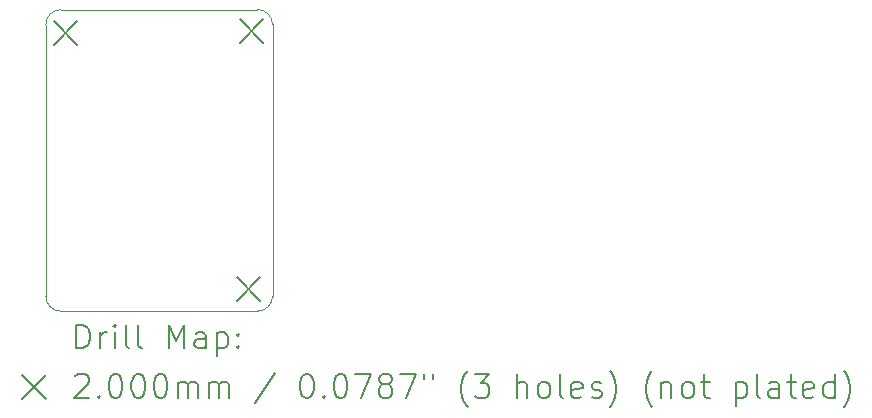
<source format=gbr>
%TF.GenerationSoftware,KiCad,Pcbnew,8.0.5*%
%TF.CreationDate,2025-02-24T22:09:01-06:00*%
%TF.ProjectId,spudglo_driver_mini_v1p0,73707564-676c-46f5-9f64-72697665725f,rev?*%
%TF.SameCoordinates,Original*%
%TF.FileFunction,Drillmap*%
%TF.FilePolarity,Positive*%
%FSLAX45Y45*%
G04 Gerber Fmt 4.5, Leading zero omitted, Abs format (unit mm)*
G04 Created by KiCad (PCBNEW 8.0.5) date 2025-02-24 22:09:01*
%MOMM*%
%LPD*%
G01*
G04 APERTURE LIST*
%ADD10C,0.050000*%
%ADD11C,0.200000*%
G04 APERTURE END LIST*
D10*
X20828359Y-5027854D02*
G75*
G02*
X20955361Y-5154216I3J-127001D01*
G01*
X20955362Y-7454216D02*
G75*
G02*
X20829000Y-7581215I-126681J-319D01*
G01*
X19163563Y-7581216D02*
G75*
G02*
X19036563Y-7454854I-319J126681D01*
G01*
X20827924Y-5027852D02*
X19162924Y-5027852D01*
X19163563Y-7581216D02*
X20829000Y-7581216D01*
X19036563Y-7454854D02*
X19036563Y-5154854D01*
X19036563Y-5154854D02*
G75*
G02*
X19162924Y-5027852I127001J3D01*
G01*
X20955362Y-7454216D02*
X20955362Y-5154216D01*
D11*
X19102400Y-5128000D02*
X19302400Y-5328000D01*
X19302400Y-5128000D02*
X19102400Y-5328000D01*
X20651800Y-7291400D02*
X20851800Y-7491400D01*
X20851800Y-7291400D02*
X20651800Y-7491400D01*
X20677200Y-5107000D02*
X20877200Y-5307000D01*
X20877200Y-5107000D02*
X20677200Y-5307000D01*
X19294839Y-7895200D02*
X19294839Y-7695200D01*
X19294839Y-7695200D02*
X19342458Y-7695200D01*
X19342458Y-7695200D02*
X19371030Y-7704724D01*
X19371030Y-7704724D02*
X19390078Y-7723771D01*
X19390078Y-7723771D02*
X19399601Y-7742819D01*
X19399601Y-7742819D02*
X19409125Y-7780914D01*
X19409125Y-7780914D02*
X19409125Y-7809486D01*
X19409125Y-7809486D02*
X19399601Y-7847581D01*
X19399601Y-7847581D02*
X19390078Y-7866628D01*
X19390078Y-7866628D02*
X19371030Y-7885676D01*
X19371030Y-7885676D02*
X19342458Y-7895200D01*
X19342458Y-7895200D02*
X19294839Y-7895200D01*
X19494839Y-7895200D02*
X19494839Y-7761866D01*
X19494839Y-7799962D02*
X19504363Y-7780914D01*
X19504363Y-7780914D02*
X19513887Y-7771390D01*
X19513887Y-7771390D02*
X19532935Y-7761866D01*
X19532935Y-7761866D02*
X19551982Y-7761866D01*
X19618649Y-7895200D02*
X19618649Y-7761866D01*
X19618649Y-7695200D02*
X19609125Y-7704724D01*
X19609125Y-7704724D02*
X19618649Y-7714247D01*
X19618649Y-7714247D02*
X19628173Y-7704724D01*
X19628173Y-7704724D02*
X19618649Y-7695200D01*
X19618649Y-7695200D02*
X19618649Y-7714247D01*
X19742458Y-7895200D02*
X19723411Y-7885676D01*
X19723411Y-7885676D02*
X19713887Y-7866628D01*
X19713887Y-7866628D02*
X19713887Y-7695200D01*
X19847220Y-7895200D02*
X19828173Y-7885676D01*
X19828173Y-7885676D02*
X19818649Y-7866628D01*
X19818649Y-7866628D02*
X19818649Y-7695200D01*
X20075792Y-7895200D02*
X20075792Y-7695200D01*
X20075792Y-7695200D02*
X20142459Y-7838057D01*
X20142459Y-7838057D02*
X20209125Y-7695200D01*
X20209125Y-7695200D02*
X20209125Y-7895200D01*
X20390078Y-7895200D02*
X20390078Y-7790438D01*
X20390078Y-7790438D02*
X20380554Y-7771390D01*
X20380554Y-7771390D02*
X20361506Y-7761866D01*
X20361506Y-7761866D02*
X20323411Y-7761866D01*
X20323411Y-7761866D02*
X20304363Y-7771390D01*
X20390078Y-7885676D02*
X20371030Y-7895200D01*
X20371030Y-7895200D02*
X20323411Y-7895200D01*
X20323411Y-7895200D02*
X20304363Y-7885676D01*
X20304363Y-7885676D02*
X20294839Y-7866628D01*
X20294839Y-7866628D02*
X20294839Y-7847581D01*
X20294839Y-7847581D02*
X20304363Y-7828533D01*
X20304363Y-7828533D02*
X20323411Y-7819009D01*
X20323411Y-7819009D02*
X20371030Y-7819009D01*
X20371030Y-7819009D02*
X20390078Y-7809486D01*
X20485316Y-7761866D02*
X20485316Y-7961866D01*
X20485316Y-7771390D02*
X20504363Y-7761866D01*
X20504363Y-7761866D02*
X20542459Y-7761866D01*
X20542459Y-7761866D02*
X20561506Y-7771390D01*
X20561506Y-7771390D02*
X20571030Y-7780914D01*
X20571030Y-7780914D02*
X20580554Y-7799962D01*
X20580554Y-7799962D02*
X20580554Y-7857105D01*
X20580554Y-7857105D02*
X20571030Y-7876152D01*
X20571030Y-7876152D02*
X20561506Y-7885676D01*
X20561506Y-7885676D02*
X20542459Y-7895200D01*
X20542459Y-7895200D02*
X20504363Y-7895200D01*
X20504363Y-7895200D02*
X20485316Y-7885676D01*
X20666268Y-7876152D02*
X20675792Y-7885676D01*
X20675792Y-7885676D02*
X20666268Y-7895200D01*
X20666268Y-7895200D02*
X20656744Y-7885676D01*
X20656744Y-7885676D02*
X20666268Y-7876152D01*
X20666268Y-7876152D02*
X20666268Y-7895200D01*
X20666268Y-7771390D02*
X20675792Y-7780914D01*
X20675792Y-7780914D02*
X20666268Y-7790438D01*
X20666268Y-7790438D02*
X20656744Y-7780914D01*
X20656744Y-7780914D02*
X20666268Y-7771390D01*
X20666268Y-7771390D02*
X20666268Y-7790438D01*
X18834063Y-8123716D02*
X19034063Y-8323716D01*
X19034063Y-8123716D02*
X18834063Y-8323716D01*
X19285316Y-8134247D02*
X19294839Y-8124724D01*
X19294839Y-8124724D02*
X19313887Y-8115200D01*
X19313887Y-8115200D02*
X19361506Y-8115200D01*
X19361506Y-8115200D02*
X19380554Y-8124724D01*
X19380554Y-8124724D02*
X19390078Y-8134247D01*
X19390078Y-8134247D02*
X19399601Y-8153295D01*
X19399601Y-8153295D02*
X19399601Y-8172343D01*
X19399601Y-8172343D02*
X19390078Y-8200914D01*
X19390078Y-8200914D02*
X19275792Y-8315200D01*
X19275792Y-8315200D02*
X19399601Y-8315200D01*
X19485316Y-8296152D02*
X19494839Y-8305676D01*
X19494839Y-8305676D02*
X19485316Y-8315200D01*
X19485316Y-8315200D02*
X19475792Y-8305676D01*
X19475792Y-8305676D02*
X19485316Y-8296152D01*
X19485316Y-8296152D02*
X19485316Y-8315200D01*
X19618649Y-8115200D02*
X19637697Y-8115200D01*
X19637697Y-8115200D02*
X19656744Y-8124724D01*
X19656744Y-8124724D02*
X19666268Y-8134247D01*
X19666268Y-8134247D02*
X19675792Y-8153295D01*
X19675792Y-8153295D02*
X19685316Y-8191390D01*
X19685316Y-8191390D02*
X19685316Y-8239009D01*
X19685316Y-8239009D02*
X19675792Y-8277105D01*
X19675792Y-8277105D02*
X19666268Y-8296152D01*
X19666268Y-8296152D02*
X19656744Y-8305676D01*
X19656744Y-8305676D02*
X19637697Y-8315200D01*
X19637697Y-8315200D02*
X19618649Y-8315200D01*
X19618649Y-8315200D02*
X19599601Y-8305676D01*
X19599601Y-8305676D02*
X19590078Y-8296152D01*
X19590078Y-8296152D02*
X19580554Y-8277105D01*
X19580554Y-8277105D02*
X19571030Y-8239009D01*
X19571030Y-8239009D02*
X19571030Y-8191390D01*
X19571030Y-8191390D02*
X19580554Y-8153295D01*
X19580554Y-8153295D02*
X19590078Y-8134247D01*
X19590078Y-8134247D02*
X19599601Y-8124724D01*
X19599601Y-8124724D02*
X19618649Y-8115200D01*
X19809125Y-8115200D02*
X19828173Y-8115200D01*
X19828173Y-8115200D02*
X19847220Y-8124724D01*
X19847220Y-8124724D02*
X19856744Y-8134247D01*
X19856744Y-8134247D02*
X19866268Y-8153295D01*
X19866268Y-8153295D02*
X19875792Y-8191390D01*
X19875792Y-8191390D02*
X19875792Y-8239009D01*
X19875792Y-8239009D02*
X19866268Y-8277105D01*
X19866268Y-8277105D02*
X19856744Y-8296152D01*
X19856744Y-8296152D02*
X19847220Y-8305676D01*
X19847220Y-8305676D02*
X19828173Y-8315200D01*
X19828173Y-8315200D02*
X19809125Y-8315200D01*
X19809125Y-8315200D02*
X19790078Y-8305676D01*
X19790078Y-8305676D02*
X19780554Y-8296152D01*
X19780554Y-8296152D02*
X19771030Y-8277105D01*
X19771030Y-8277105D02*
X19761506Y-8239009D01*
X19761506Y-8239009D02*
X19761506Y-8191390D01*
X19761506Y-8191390D02*
X19771030Y-8153295D01*
X19771030Y-8153295D02*
X19780554Y-8134247D01*
X19780554Y-8134247D02*
X19790078Y-8124724D01*
X19790078Y-8124724D02*
X19809125Y-8115200D01*
X19999601Y-8115200D02*
X20018649Y-8115200D01*
X20018649Y-8115200D02*
X20037697Y-8124724D01*
X20037697Y-8124724D02*
X20047220Y-8134247D01*
X20047220Y-8134247D02*
X20056744Y-8153295D01*
X20056744Y-8153295D02*
X20066268Y-8191390D01*
X20066268Y-8191390D02*
X20066268Y-8239009D01*
X20066268Y-8239009D02*
X20056744Y-8277105D01*
X20056744Y-8277105D02*
X20047220Y-8296152D01*
X20047220Y-8296152D02*
X20037697Y-8305676D01*
X20037697Y-8305676D02*
X20018649Y-8315200D01*
X20018649Y-8315200D02*
X19999601Y-8315200D01*
X19999601Y-8315200D02*
X19980554Y-8305676D01*
X19980554Y-8305676D02*
X19971030Y-8296152D01*
X19971030Y-8296152D02*
X19961506Y-8277105D01*
X19961506Y-8277105D02*
X19951982Y-8239009D01*
X19951982Y-8239009D02*
X19951982Y-8191390D01*
X19951982Y-8191390D02*
X19961506Y-8153295D01*
X19961506Y-8153295D02*
X19971030Y-8134247D01*
X19971030Y-8134247D02*
X19980554Y-8124724D01*
X19980554Y-8124724D02*
X19999601Y-8115200D01*
X20151982Y-8315200D02*
X20151982Y-8181866D01*
X20151982Y-8200914D02*
X20161506Y-8191390D01*
X20161506Y-8191390D02*
X20180554Y-8181866D01*
X20180554Y-8181866D02*
X20209125Y-8181866D01*
X20209125Y-8181866D02*
X20228173Y-8191390D01*
X20228173Y-8191390D02*
X20237697Y-8210438D01*
X20237697Y-8210438D02*
X20237697Y-8315200D01*
X20237697Y-8210438D02*
X20247220Y-8191390D01*
X20247220Y-8191390D02*
X20266268Y-8181866D01*
X20266268Y-8181866D02*
X20294839Y-8181866D01*
X20294839Y-8181866D02*
X20313887Y-8191390D01*
X20313887Y-8191390D02*
X20323411Y-8210438D01*
X20323411Y-8210438D02*
X20323411Y-8315200D01*
X20418649Y-8315200D02*
X20418649Y-8181866D01*
X20418649Y-8200914D02*
X20428173Y-8191390D01*
X20428173Y-8191390D02*
X20447220Y-8181866D01*
X20447220Y-8181866D02*
X20475792Y-8181866D01*
X20475792Y-8181866D02*
X20494840Y-8191390D01*
X20494840Y-8191390D02*
X20504363Y-8210438D01*
X20504363Y-8210438D02*
X20504363Y-8315200D01*
X20504363Y-8210438D02*
X20513887Y-8191390D01*
X20513887Y-8191390D02*
X20532935Y-8181866D01*
X20532935Y-8181866D02*
X20561506Y-8181866D01*
X20561506Y-8181866D02*
X20580554Y-8191390D01*
X20580554Y-8191390D02*
X20590078Y-8210438D01*
X20590078Y-8210438D02*
X20590078Y-8315200D01*
X20980554Y-8105676D02*
X20809125Y-8362819D01*
X21237697Y-8115200D02*
X21256744Y-8115200D01*
X21256744Y-8115200D02*
X21275792Y-8124724D01*
X21275792Y-8124724D02*
X21285316Y-8134247D01*
X21285316Y-8134247D02*
X21294840Y-8153295D01*
X21294840Y-8153295D02*
X21304363Y-8191390D01*
X21304363Y-8191390D02*
X21304363Y-8239009D01*
X21304363Y-8239009D02*
X21294840Y-8277105D01*
X21294840Y-8277105D02*
X21285316Y-8296152D01*
X21285316Y-8296152D02*
X21275792Y-8305676D01*
X21275792Y-8305676D02*
X21256744Y-8315200D01*
X21256744Y-8315200D02*
X21237697Y-8315200D01*
X21237697Y-8315200D02*
X21218649Y-8305676D01*
X21218649Y-8305676D02*
X21209125Y-8296152D01*
X21209125Y-8296152D02*
X21199602Y-8277105D01*
X21199602Y-8277105D02*
X21190078Y-8239009D01*
X21190078Y-8239009D02*
X21190078Y-8191390D01*
X21190078Y-8191390D02*
X21199602Y-8153295D01*
X21199602Y-8153295D02*
X21209125Y-8134247D01*
X21209125Y-8134247D02*
X21218649Y-8124724D01*
X21218649Y-8124724D02*
X21237697Y-8115200D01*
X21390078Y-8296152D02*
X21399602Y-8305676D01*
X21399602Y-8305676D02*
X21390078Y-8315200D01*
X21390078Y-8315200D02*
X21380554Y-8305676D01*
X21380554Y-8305676D02*
X21390078Y-8296152D01*
X21390078Y-8296152D02*
X21390078Y-8315200D01*
X21523411Y-8115200D02*
X21542459Y-8115200D01*
X21542459Y-8115200D02*
X21561506Y-8124724D01*
X21561506Y-8124724D02*
X21571030Y-8134247D01*
X21571030Y-8134247D02*
X21580554Y-8153295D01*
X21580554Y-8153295D02*
X21590078Y-8191390D01*
X21590078Y-8191390D02*
X21590078Y-8239009D01*
X21590078Y-8239009D02*
X21580554Y-8277105D01*
X21580554Y-8277105D02*
X21571030Y-8296152D01*
X21571030Y-8296152D02*
X21561506Y-8305676D01*
X21561506Y-8305676D02*
X21542459Y-8315200D01*
X21542459Y-8315200D02*
X21523411Y-8315200D01*
X21523411Y-8315200D02*
X21504363Y-8305676D01*
X21504363Y-8305676D02*
X21494840Y-8296152D01*
X21494840Y-8296152D02*
X21485316Y-8277105D01*
X21485316Y-8277105D02*
X21475792Y-8239009D01*
X21475792Y-8239009D02*
X21475792Y-8191390D01*
X21475792Y-8191390D02*
X21485316Y-8153295D01*
X21485316Y-8153295D02*
X21494840Y-8134247D01*
X21494840Y-8134247D02*
X21504363Y-8124724D01*
X21504363Y-8124724D02*
X21523411Y-8115200D01*
X21656744Y-8115200D02*
X21790078Y-8115200D01*
X21790078Y-8115200D02*
X21704363Y-8315200D01*
X21894840Y-8200914D02*
X21875792Y-8191390D01*
X21875792Y-8191390D02*
X21866268Y-8181866D01*
X21866268Y-8181866D02*
X21856744Y-8162819D01*
X21856744Y-8162819D02*
X21856744Y-8153295D01*
X21856744Y-8153295D02*
X21866268Y-8134247D01*
X21866268Y-8134247D02*
X21875792Y-8124724D01*
X21875792Y-8124724D02*
X21894840Y-8115200D01*
X21894840Y-8115200D02*
X21932935Y-8115200D01*
X21932935Y-8115200D02*
X21951983Y-8124724D01*
X21951983Y-8124724D02*
X21961506Y-8134247D01*
X21961506Y-8134247D02*
X21971030Y-8153295D01*
X21971030Y-8153295D02*
X21971030Y-8162819D01*
X21971030Y-8162819D02*
X21961506Y-8181866D01*
X21961506Y-8181866D02*
X21951983Y-8191390D01*
X21951983Y-8191390D02*
X21932935Y-8200914D01*
X21932935Y-8200914D02*
X21894840Y-8200914D01*
X21894840Y-8200914D02*
X21875792Y-8210438D01*
X21875792Y-8210438D02*
X21866268Y-8219962D01*
X21866268Y-8219962D02*
X21856744Y-8239009D01*
X21856744Y-8239009D02*
X21856744Y-8277105D01*
X21856744Y-8277105D02*
X21866268Y-8296152D01*
X21866268Y-8296152D02*
X21875792Y-8305676D01*
X21875792Y-8305676D02*
X21894840Y-8315200D01*
X21894840Y-8315200D02*
X21932935Y-8315200D01*
X21932935Y-8315200D02*
X21951983Y-8305676D01*
X21951983Y-8305676D02*
X21961506Y-8296152D01*
X21961506Y-8296152D02*
X21971030Y-8277105D01*
X21971030Y-8277105D02*
X21971030Y-8239009D01*
X21971030Y-8239009D02*
X21961506Y-8219962D01*
X21961506Y-8219962D02*
X21951983Y-8210438D01*
X21951983Y-8210438D02*
X21932935Y-8200914D01*
X22037697Y-8115200D02*
X22171030Y-8115200D01*
X22171030Y-8115200D02*
X22085316Y-8315200D01*
X22237697Y-8115200D02*
X22237697Y-8153295D01*
X22313887Y-8115200D02*
X22313887Y-8153295D01*
X22609125Y-8391390D02*
X22599602Y-8381866D01*
X22599602Y-8381866D02*
X22580554Y-8353295D01*
X22580554Y-8353295D02*
X22571030Y-8334247D01*
X22571030Y-8334247D02*
X22561506Y-8305676D01*
X22561506Y-8305676D02*
X22551983Y-8258057D01*
X22551983Y-8258057D02*
X22551983Y-8219962D01*
X22551983Y-8219962D02*
X22561506Y-8172343D01*
X22561506Y-8172343D02*
X22571030Y-8143771D01*
X22571030Y-8143771D02*
X22580554Y-8124724D01*
X22580554Y-8124724D02*
X22599602Y-8096152D01*
X22599602Y-8096152D02*
X22609125Y-8086628D01*
X22666268Y-8115200D02*
X22790078Y-8115200D01*
X22790078Y-8115200D02*
X22723411Y-8191390D01*
X22723411Y-8191390D02*
X22751983Y-8191390D01*
X22751983Y-8191390D02*
X22771030Y-8200914D01*
X22771030Y-8200914D02*
X22780554Y-8210438D01*
X22780554Y-8210438D02*
X22790078Y-8229486D01*
X22790078Y-8229486D02*
X22790078Y-8277105D01*
X22790078Y-8277105D02*
X22780554Y-8296152D01*
X22780554Y-8296152D02*
X22771030Y-8305676D01*
X22771030Y-8305676D02*
X22751983Y-8315200D01*
X22751983Y-8315200D02*
X22694840Y-8315200D01*
X22694840Y-8315200D02*
X22675792Y-8305676D01*
X22675792Y-8305676D02*
X22666268Y-8296152D01*
X23028173Y-8315200D02*
X23028173Y-8115200D01*
X23113887Y-8315200D02*
X23113887Y-8210438D01*
X23113887Y-8210438D02*
X23104364Y-8191390D01*
X23104364Y-8191390D02*
X23085316Y-8181866D01*
X23085316Y-8181866D02*
X23056744Y-8181866D01*
X23056744Y-8181866D02*
X23037697Y-8191390D01*
X23037697Y-8191390D02*
X23028173Y-8200914D01*
X23237697Y-8315200D02*
X23218649Y-8305676D01*
X23218649Y-8305676D02*
X23209125Y-8296152D01*
X23209125Y-8296152D02*
X23199602Y-8277105D01*
X23199602Y-8277105D02*
X23199602Y-8219962D01*
X23199602Y-8219962D02*
X23209125Y-8200914D01*
X23209125Y-8200914D02*
X23218649Y-8191390D01*
X23218649Y-8191390D02*
X23237697Y-8181866D01*
X23237697Y-8181866D02*
X23266268Y-8181866D01*
X23266268Y-8181866D02*
X23285316Y-8191390D01*
X23285316Y-8191390D02*
X23294840Y-8200914D01*
X23294840Y-8200914D02*
X23304364Y-8219962D01*
X23304364Y-8219962D02*
X23304364Y-8277105D01*
X23304364Y-8277105D02*
X23294840Y-8296152D01*
X23294840Y-8296152D02*
X23285316Y-8305676D01*
X23285316Y-8305676D02*
X23266268Y-8315200D01*
X23266268Y-8315200D02*
X23237697Y-8315200D01*
X23418649Y-8315200D02*
X23399602Y-8305676D01*
X23399602Y-8305676D02*
X23390078Y-8286628D01*
X23390078Y-8286628D02*
X23390078Y-8115200D01*
X23571030Y-8305676D02*
X23551983Y-8315200D01*
X23551983Y-8315200D02*
X23513887Y-8315200D01*
X23513887Y-8315200D02*
X23494840Y-8305676D01*
X23494840Y-8305676D02*
X23485316Y-8286628D01*
X23485316Y-8286628D02*
X23485316Y-8210438D01*
X23485316Y-8210438D02*
X23494840Y-8191390D01*
X23494840Y-8191390D02*
X23513887Y-8181866D01*
X23513887Y-8181866D02*
X23551983Y-8181866D01*
X23551983Y-8181866D02*
X23571030Y-8191390D01*
X23571030Y-8191390D02*
X23580554Y-8210438D01*
X23580554Y-8210438D02*
X23580554Y-8229486D01*
X23580554Y-8229486D02*
X23485316Y-8248533D01*
X23656745Y-8305676D02*
X23675792Y-8315200D01*
X23675792Y-8315200D02*
X23713887Y-8315200D01*
X23713887Y-8315200D02*
X23732935Y-8305676D01*
X23732935Y-8305676D02*
X23742459Y-8286628D01*
X23742459Y-8286628D02*
X23742459Y-8277105D01*
X23742459Y-8277105D02*
X23732935Y-8258057D01*
X23732935Y-8258057D02*
X23713887Y-8248533D01*
X23713887Y-8248533D02*
X23685316Y-8248533D01*
X23685316Y-8248533D02*
X23666268Y-8239009D01*
X23666268Y-8239009D02*
X23656745Y-8219962D01*
X23656745Y-8219962D02*
X23656745Y-8210438D01*
X23656745Y-8210438D02*
X23666268Y-8191390D01*
X23666268Y-8191390D02*
X23685316Y-8181866D01*
X23685316Y-8181866D02*
X23713887Y-8181866D01*
X23713887Y-8181866D02*
X23732935Y-8191390D01*
X23809126Y-8391390D02*
X23818649Y-8381866D01*
X23818649Y-8381866D02*
X23837697Y-8353295D01*
X23837697Y-8353295D02*
X23847221Y-8334247D01*
X23847221Y-8334247D02*
X23856745Y-8305676D01*
X23856745Y-8305676D02*
X23866268Y-8258057D01*
X23866268Y-8258057D02*
X23866268Y-8219962D01*
X23866268Y-8219962D02*
X23856745Y-8172343D01*
X23856745Y-8172343D02*
X23847221Y-8143771D01*
X23847221Y-8143771D02*
X23837697Y-8124724D01*
X23837697Y-8124724D02*
X23818649Y-8096152D01*
X23818649Y-8096152D02*
X23809126Y-8086628D01*
X24171030Y-8391390D02*
X24161506Y-8381866D01*
X24161506Y-8381866D02*
X24142459Y-8353295D01*
X24142459Y-8353295D02*
X24132935Y-8334247D01*
X24132935Y-8334247D02*
X24123411Y-8305676D01*
X24123411Y-8305676D02*
X24113887Y-8258057D01*
X24113887Y-8258057D02*
X24113887Y-8219962D01*
X24113887Y-8219962D02*
X24123411Y-8172343D01*
X24123411Y-8172343D02*
X24132935Y-8143771D01*
X24132935Y-8143771D02*
X24142459Y-8124724D01*
X24142459Y-8124724D02*
X24161506Y-8096152D01*
X24161506Y-8096152D02*
X24171030Y-8086628D01*
X24247221Y-8181866D02*
X24247221Y-8315200D01*
X24247221Y-8200914D02*
X24256745Y-8191390D01*
X24256745Y-8191390D02*
X24275792Y-8181866D01*
X24275792Y-8181866D02*
X24304364Y-8181866D01*
X24304364Y-8181866D02*
X24323411Y-8191390D01*
X24323411Y-8191390D02*
X24332935Y-8210438D01*
X24332935Y-8210438D02*
X24332935Y-8315200D01*
X24456745Y-8315200D02*
X24437697Y-8305676D01*
X24437697Y-8305676D02*
X24428173Y-8296152D01*
X24428173Y-8296152D02*
X24418649Y-8277105D01*
X24418649Y-8277105D02*
X24418649Y-8219962D01*
X24418649Y-8219962D02*
X24428173Y-8200914D01*
X24428173Y-8200914D02*
X24437697Y-8191390D01*
X24437697Y-8191390D02*
X24456745Y-8181866D01*
X24456745Y-8181866D02*
X24485316Y-8181866D01*
X24485316Y-8181866D02*
X24504364Y-8191390D01*
X24504364Y-8191390D02*
X24513887Y-8200914D01*
X24513887Y-8200914D02*
X24523411Y-8219962D01*
X24523411Y-8219962D02*
X24523411Y-8277105D01*
X24523411Y-8277105D02*
X24513887Y-8296152D01*
X24513887Y-8296152D02*
X24504364Y-8305676D01*
X24504364Y-8305676D02*
X24485316Y-8315200D01*
X24485316Y-8315200D02*
X24456745Y-8315200D01*
X24580554Y-8181866D02*
X24656745Y-8181866D01*
X24609126Y-8115200D02*
X24609126Y-8286628D01*
X24609126Y-8286628D02*
X24618649Y-8305676D01*
X24618649Y-8305676D02*
X24637697Y-8315200D01*
X24637697Y-8315200D02*
X24656745Y-8315200D01*
X24875792Y-8181866D02*
X24875792Y-8381866D01*
X24875792Y-8191390D02*
X24894840Y-8181866D01*
X24894840Y-8181866D02*
X24932935Y-8181866D01*
X24932935Y-8181866D02*
X24951983Y-8191390D01*
X24951983Y-8191390D02*
X24961507Y-8200914D01*
X24961507Y-8200914D02*
X24971030Y-8219962D01*
X24971030Y-8219962D02*
X24971030Y-8277105D01*
X24971030Y-8277105D02*
X24961507Y-8296152D01*
X24961507Y-8296152D02*
X24951983Y-8305676D01*
X24951983Y-8305676D02*
X24932935Y-8315200D01*
X24932935Y-8315200D02*
X24894840Y-8315200D01*
X24894840Y-8315200D02*
X24875792Y-8305676D01*
X25085316Y-8315200D02*
X25066268Y-8305676D01*
X25066268Y-8305676D02*
X25056745Y-8286628D01*
X25056745Y-8286628D02*
X25056745Y-8115200D01*
X25247221Y-8315200D02*
X25247221Y-8210438D01*
X25247221Y-8210438D02*
X25237697Y-8191390D01*
X25237697Y-8191390D02*
X25218649Y-8181866D01*
X25218649Y-8181866D02*
X25180554Y-8181866D01*
X25180554Y-8181866D02*
X25161507Y-8191390D01*
X25247221Y-8305676D02*
X25228173Y-8315200D01*
X25228173Y-8315200D02*
X25180554Y-8315200D01*
X25180554Y-8315200D02*
X25161507Y-8305676D01*
X25161507Y-8305676D02*
X25151983Y-8286628D01*
X25151983Y-8286628D02*
X25151983Y-8267581D01*
X25151983Y-8267581D02*
X25161507Y-8248533D01*
X25161507Y-8248533D02*
X25180554Y-8239009D01*
X25180554Y-8239009D02*
X25228173Y-8239009D01*
X25228173Y-8239009D02*
X25247221Y-8229486D01*
X25313888Y-8181866D02*
X25390078Y-8181866D01*
X25342459Y-8115200D02*
X25342459Y-8286628D01*
X25342459Y-8286628D02*
X25351983Y-8305676D01*
X25351983Y-8305676D02*
X25371030Y-8315200D01*
X25371030Y-8315200D02*
X25390078Y-8315200D01*
X25532935Y-8305676D02*
X25513888Y-8315200D01*
X25513888Y-8315200D02*
X25475792Y-8315200D01*
X25475792Y-8315200D02*
X25456745Y-8305676D01*
X25456745Y-8305676D02*
X25447221Y-8286628D01*
X25447221Y-8286628D02*
X25447221Y-8210438D01*
X25447221Y-8210438D02*
X25456745Y-8191390D01*
X25456745Y-8191390D02*
X25475792Y-8181866D01*
X25475792Y-8181866D02*
X25513888Y-8181866D01*
X25513888Y-8181866D02*
X25532935Y-8191390D01*
X25532935Y-8191390D02*
X25542459Y-8210438D01*
X25542459Y-8210438D02*
X25542459Y-8229486D01*
X25542459Y-8229486D02*
X25447221Y-8248533D01*
X25713888Y-8315200D02*
X25713888Y-8115200D01*
X25713888Y-8305676D02*
X25694840Y-8315200D01*
X25694840Y-8315200D02*
X25656745Y-8315200D01*
X25656745Y-8315200D02*
X25637697Y-8305676D01*
X25637697Y-8305676D02*
X25628173Y-8296152D01*
X25628173Y-8296152D02*
X25618649Y-8277105D01*
X25618649Y-8277105D02*
X25618649Y-8219962D01*
X25618649Y-8219962D02*
X25628173Y-8200914D01*
X25628173Y-8200914D02*
X25637697Y-8191390D01*
X25637697Y-8191390D02*
X25656745Y-8181866D01*
X25656745Y-8181866D02*
X25694840Y-8181866D01*
X25694840Y-8181866D02*
X25713888Y-8191390D01*
X25790078Y-8391390D02*
X25799602Y-8381866D01*
X25799602Y-8381866D02*
X25818649Y-8353295D01*
X25818649Y-8353295D02*
X25828173Y-8334247D01*
X25828173Y-8334247D02*
X25837697Y-8305676D01*
X25837697Y-8305676D02*
X25847221Y-8258057D01*
X25847221Y-8258057D02*
X25847221Y-8219962D01*
X25847221Y-8219962D02*
X25837697Y-8172343D01*
X25837697Y-8172343D02*
X25828173Y-8143771D01*
X25828173Y-8143771D02*
X25818649Y-8124724D01*
X25818649Y-8124724D02*
X25799602Y-8096152D01*
X25799602Y-8096152D02*
X25790078Y-8086628D01*
M02*

</source>
